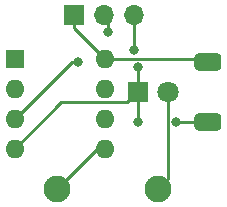
<source format=gbr>
%TF.GenerationSoftware,KiCad,Pcbnew,7.0.6-0*%
%TF.CreationDate,2023-08-01T18:43:18-04:00*%
%TF.ProjectId,PIR_Sensor,5049525f-5365-46e7-936f-722e6b696361,rev?*%
%TF.SameCoordinates,Original*%
%TF.FileFunction,Copper,L1,Top*%
%TF.FilePolarity,Positive*%
%FSLAX46Y46*%
G04 Gerber Fmt 4.6, Leading zero omitted, Abs format (unit mm)*
G04 Created by KiCad (PCBNEW 7.0.6-0) date 2023-08-01 18:43:18*
%MOMM*%
%LPD*%
G01*
G04 APERTURE LIST*
G04 Aperture macros list*
%AMRoundRect*
0 Rectangle with rounded corners*
0 $1 Rounding radius*
0 $2 $3 $4 $5 $6 $7 $8 $9 X,Y pos of 4 corners*
0 Add a 4 corners polygon primitive as box body*
4,1,4,$2,$3,$4,$5,$6,$7,$8,$9,$2,$3,0*
0 Add four circle primitives for the rounded corners*
1,1,$1+$1,$2,$3*
1,1,$1+$1,$4,$5*
1,1,$1+$1,$6,$7*
1,1,$1+$1,$8,$9*
0 Add four rect primitives between the rounded corners*
20,1,$1+$1,$2,$3,$4,$5,0*
20,1,$1+$1,$4,$5,$6,$7,0*
20,1,$1+$1,$6,$7,$8,$9,0*
20,1,$1+$1,$8,$9,$2,$3,0*%
%AMFreePoly0*
4,1,35,0.312797,1.099367,0.509479,1.023172,0.688811,0.912134,0.844687,0.770034,0.971798,0.601712,1.065816,0.412899,1.123538,0.210026,1.143000,0.000000,1.123538,-0.210026,1.065816,-0.412899,0.971798,-0.601712,0.844687,-0.770034,0.688811,-0.912134,0.509479,-1.023172,0.312797,-1.099367,0.105463,-1.138124,-0.105463,-1.138124,-0.312797,-1.099367,-0.509479,-1.023172,-0.688811,-0.912134,
-0.844687,-0.770034,-0.971798,-0.601712,-1.065816,-0.412899,-1.123538,-0.210026,-1.143000,0.000000,-1.123538,0.210026,-1.065816,0.412899,-0.971798,0.601712,-0.844687,0.770034,-0.688811,0.912134,-0.509479,1.023172,-0.312797,1.099367,-0.105463,1.138124,0.105463,1.138124,0.312797,1.099367,0.312797,1.099367,$1*%
G04 Aperture macros list end*
%TA.AperFunction,ComponentPad*%
%ADD10R,1.800000X1.800000*%
%TD*%
%TA.AperFunction,ComponentPad*%
%ADD11C,1.800000*%
%TD*%
%TA.AperFunction,ComponentPad*%
%ADD12R,1.700000X1.700000*%
%TD*%
%TA.AperFunction,ComponentPad*%
%ADD13O,1.700000X1.700000*%
%TD*%
%TA.AperFunction,ComponentPad*%
%ADD14FreePoly0,0.000000*%
%TD*%
%TA.AperFunction,ComponentPad*%
%ADD15R,1.600000X1.600000*%
%TD*%
%TA.AperFunction,ComponentPad*%
%ADD16O,1.600000X1.600000*%
%TD*%
%TA.AperFunction,SMDPad,CuDef*%
%ADD17RoundRect,0.381000X-0.762000X-0.381000X0.762000X-0.381000X0.762000X0.381000X-0.762000X0.381000X0*%
%TD*%
%TA.AperFunction,ViaPad*%
%ADD18C,0.800000*%
%TD*%
%TA.AperFunction,Conductor*%
%ADD19C,0.250000*%
%TD*%
G04 APERTURE END LIST*
D10*
%TO.P,D1,1,K*%
%TO.N,Net-(D1-K)*%
X152400000Y-96520000D03*
D11*
%TO.P,D1,2,A*%
%TO.N,Net-(D1-A)*%
X154940000Y-96520000D03*
%TD*%
D12*
%TO.P,U3,1,VCC*%
%TO.N,Net-(U1-VCC)*%
X147000000Y-90000000D03*
D13*
%TO.P,U3,2,VOUT*%
%TO.N,Net-(U1-XTAL2{slash}PB4)*%
X149540000Y-90000000D03*
%TO.P,U3,3,GND*%
%TO.N,Net-(D1-K)*%
X152080000Y-90000000D03*
%TD*%
D14*
%TO.P,R1,1*%
%TO.N,Net-(U1-AREF{slash}PB0)*%
X145610000Y-104730000D03*
%TO.P,R1,2*%
%TO.N,Net-(D1-A)*%
X154110000Y-104730000D03*
%TD*%
D15*
%TO.P,U1,1,~{RESET}/PB5*%
%TO.N,unconnected-(U1-~{RESET}{slash}PB5-Pad1)*%
X142000000Y-93730000D03*
D16*
%TO.P,U1,2,XTAL1/PB3*%
%TO.N,unconnected-(U1-XTAL1{slash}PB3-Pad2)*%
X142000000Y-96270000D03*
%TO.P,U1,3,XTAL2/PB4*%
%TO.N,Net-(U1-XTAL2{slash}PB4)*%
X142000000Y-98810000D03*
%TO.P,U1,4,GND*%
%TO.N,Net-(D1-K)*%
X142000000Y-101350000D03*
%TO.P,U1,5,AREF/PB0*%
%TO.N,Net-(U1-AREF{slash}PB0)*%
X149620000Y-101350000D03*
%TO.P,U1,6,PB1*%
%TO.N,unconnected-(U1-PB1-Pad6)*%
X149620000Y-98810000D03*
%TO.P,U1,7,PB2*%
%TO.N,unconnected-(U1-PB2-Pad7)*%
X149620000Y-96270000D03*
%TO.P,U1,8,VCC*%
%TO.N,Net-(U1-VCC)*%
X149620000Y-93730000D03*
%TD*%
D17*
%TO.P,U2,1,VCC*%
%TO.N,Net-(U1-VCC)*%
X158340000Y-93980000D03*
%TO.P,U2,2,GND*%
%TO.N,Net-(D1-K)*%
X158340000Y-99060000D03*
%TD*%
D18*
%TO.N,Net-(D1-K)*%
X152400000Y-99060000D03*
X155664500Y-99060000D03*
X152400000Y-94454500D03*
X152080000Y-93005500D03*
%TO.N,Net-(U1-XTAL2{slash}PB4)*%
X149860000Y-91440000D03*
X147320000Y-93980000D03*
%TD*%
D19*
%TO.N,Net-(D1-K)*%
X152080000Y-90000000D02*
X152080000Y-93005500D01*
X142000000Y-101350000D02*
X145945001Y-97404999D01*
X152400000Y-94454500D02*
X152400000Y-96520000D01*
X151515001Y-97404999D02*
X152400000Y-96520000D01*
X152400000Y-99060000D02*
X152400000Y-96520000D01*
X145945001Y-97404999D02*
X151515001Y-97404999D01*
X158340000Y-99060000D02*
X155664500Y-99060000D01*
%TO.N,Net-(D1-A)*%
X154940000Y-103900000D02*
X154110000Y-104730000D01*
X154940000Y-96520000D02*
X154940000Y-103900000D01*
%TO.N,Net-(U1-XTAL2{slash}PB4)*%
X142000000Y-98810000D02*
X146830000Y-93980000D01*
X146830000Y-93980000D02*
X147320000Y-93980000D01*
X149860000Y-90320000D02*
X149540000Y-90000000D01*
X149860000Y-91440000D02*
X149860000Y-90320000D01*
%TO.N,Net-(U1-VCC)*%
X147000000Y-91110000D02*
X147000000Y-90000000D01*
X158340000Y-93980000D02*
X158090000Y-93730000D01*
X149620000Y-93730000D02*
X147000000Y-91110000D01*
X158090000Y-93730000D02*
X149620000Y-93730000D01*
%TO.N,Net-(U1-AREF{slash}PB0)*%
X148990000Y-101350000D02*
X149620000Y-101350000D01*
X145610000Y-104730000D02*
X148990000Y-101350000D01*
%TD*%
M02*

</source>
